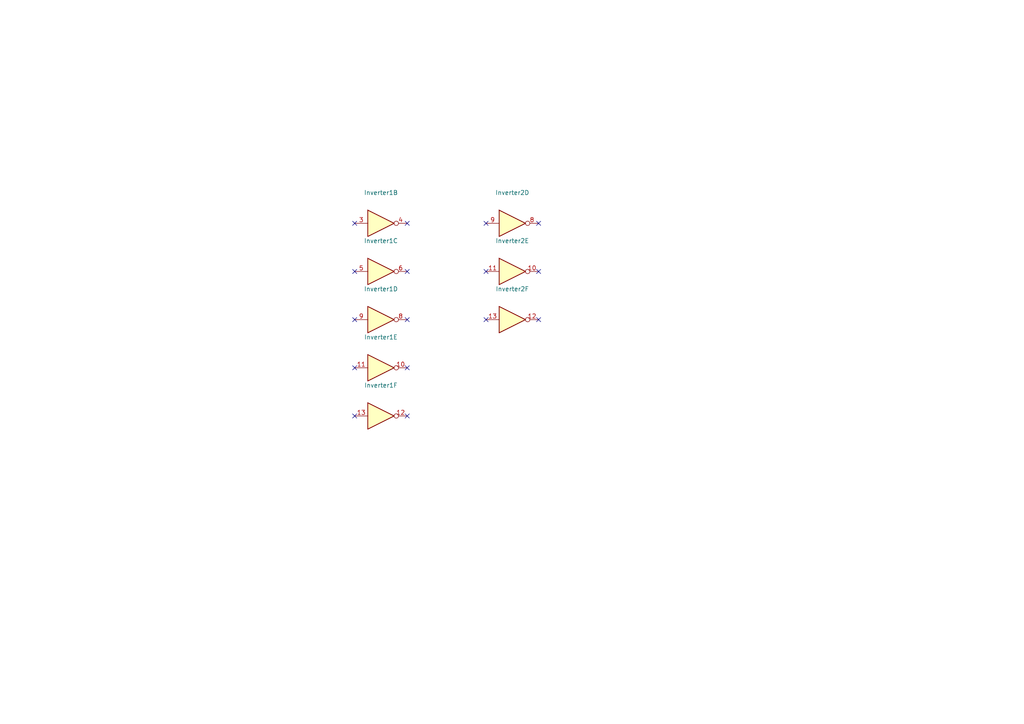
<source format=kicad_sch>
(kicad_sch (version 20211123) (generator eeschema)
  (paper "A4")
  (title_block (title "No Connect") (date "2022-09-26") (rev "1") (company "George Mason University") (comment 4 "This sheet is for the invertes not used in the circuit."))
  (lib_symbols
    (symbol "74xx:74AHC04"
      (property "Reference" "U" (at 0 1.27 0))
      (property "Value" "74AHC04" (at 0 -1.27 0))
      (symbol "74AHC04_1_0"
        (polyline (pts (xy -3.81 3.81) (xy -3.81 -3.81) (xy 3.81 0) (xy -3.81 3.81)) (stroke (width 0.254)) (fill (type background)))
        (pin input line (at -7.62 0 0) (length 3.81) (name "~") (number "1"))
        (pin output inverted (at 7.62 0 180) (length 3.81) (name "~") (number "2"))
      )
      (symbol "74AHC04_2_0"
        (polyline (pts (xy -3.81 3.81) (xy -3.81 -3.81) (xy 3.81 0) (xy -3.81 3.81)) (stroke (width 0.254)) (fill (type background)))
        (pin input line (at -7.62 0 0) (length 3.81) (name "~") (number "3"))
        (pin output inverted (at 7.62 0 180) (length 3.81) (name "~") (number "4"))
      )
      (symbol "74AHC04_3_0"
        (polyline (pts (xy -3.81 3.81) (xy -3.81 -3.81) (xy 3.81 0) (xy -3.81 3.81)) (stroke (width 0.254)) (fill (type background)))
        (pin input line (at -7.62 0 0) (length 3.81) (name "~") (number "5"))
        (pin output inverted (at 7.62 0 180) (length 3.81) (name "~") (number "6"))
      )
      (symbol "74AHC04_4_0"
        (polyline (pts (xy -3.81 3.81) (xy -3.81 -3.81) (xy 3.81 0) (xy -3.81 3.81)) (stroke (width 0.254)) (fill (type background)))
        (pin output inverted (at 7.62 0 180) (length 3.81) (name "~") (number "8"))
        (pin input line (at -7.62 0 0) (length 3.81) (name "~") (number "9"))
      )
      (symbol "74AHC04_5_0"
        (polyline (pts (xy -3.81 3.81) (xy -3.81 -3.81) (xy 3.81 0) (xy -3.81 3.81)) (stroke (width 0.254)) (fill (type background)))
        (pin output inverted (at 7.62 0 180) (length 3.81) (name "~") (number "10"))
        (pin input line (at -7.62 0 0) (length 3.81) (name "~") (number "11"))
      )
      (symbol "74AHC04_6_0"
        (polyline (pts (xy -3.81 3.81) (xy -3.81 -3.81) (xy 3.81 0) (xy -3.81 3.81)) (stroke (width 0.254)) (fill (type background)))
        (pin output inverted (at 7.62 0 180) (length 3.81) (name "~") (number "12"))
        (pin input line (at -7.62 0 0) (length 3.81) (name "~") (number "13"))
      )
      (symbol "74AHC04_7_0"
        (pin power_in line (at 0 12.7 270) (length 5.08) (name "VCC") (number "14"))
        (pin power_in line (at 0 -12.7 90) (length 5.08) (name "GND") (number "7"))
      )
      (symbol "74AHC04_7_1"
        (rectangle (start -5.08 7.62) (end 5.08 -7.62) (stroke (width 0.254)) (fill (type background)))
      )
    )
  )
  (no_connect (at 118.11 78.74))
  (no_connect (at 102.87 78.74))
  (no_connect (at 102.87 64.77))
  (no_connect (at 118.11 64.77))
  (no_connect (at 156.21 64.77))
  (no_connect (at 140.97 64.77))
  (no_connect (at 140.97 78.74))
  (no_connect (at 156.21 78.74))
  (no_connect (at 156.21 92.71))
  (no_connect (at 140.97 92.71))
  (no_connect (at 102.87 120.65))
  (no_connect (at 118.11 120.65))
  (no_connect (at 118.11 106.68))
  (no_connect (at 102.87 106.68))
  (no_connect (at 102.87 92.71))
  (no_connect (at 118.11 92.71))
  (symbol (lib_id "74xx:74AHC04") (at 110.49 106.68 0) (unit 5)
    (property "Reference" "Inverter1" (at 110.49 97.79 0))
    (property "Datasheet" "https://assets.nexperia.com/documents/data-sheet/74AHC_AHCT04.pdf" (effects hide))
  )
  (symbol (lib_id "74xx:74AHC04") (at 110.49 120.65 0) (unit 6)
    (property "Reference" "Inverter1" (at 110.49 111.76 0))
    (property "Datasheet" "https://assets.nexperia.com/documents/data-sheet/74AHC_AHCT04.pdf" (effects hide))
  )
  (symbol (lib_id "74xx:74AHC04") (at 110.49 78.74 0) (unit 3)
    (property "Reference" "Inverter1" (at 110.49 69.85 0))
    (property "Datasheet" "https://assets.nexperia.com/documents/data-sheet/74AHC_AHCT04.pdf" (effects hide))
  )
  (symbol (lib_id "74xx:74AHC04") (at 110.49 64.77 0) (unit 2)
    (property "Reference" "Inverter1" (at 110.49 55.88 0))
    (property "Datasheet" "https://assets.nexperia.com/documents/data-sheet/74AHC_AHCT04.pdf" (effects hide))
  )
  (symbol (lib_id "74xx:74AHC04") (at 148.59 64.77 0) (unit 4)
    (property "Reference" "Inverter2" (at 148.59 55.88 0))
    (property "Datasheet" "https://assets.nexperia.com/documents/data-sheet/74AHC_AHCT04.pdf" (effects hide))
  )
  (symbol (lib_id "74xx:74AHC04") (at 148.59 78.74 0) (unit 5)
    (property "Reference" "Inverter2" (at 148.59 69.85 0))
    (property "Datasheet" "https://assets.nexperia.com/documents/data-sheet/74AHC_AHCT04.pdf" (effects hide))
  )
  (symbol (lib_id "74xx:74AHC04") (at 110.49 92.71 0) (unit 4)
    (property "Reference" "Inverter1" (at 110.49 83.82 0))
    (property "Datasheet" "https://assets.nexperia.com/documents/data-sheet/74AHC_AHCT04.pdf" (effects hide))
  )
  (symbol (lib_id "74xx:74AHC04") (at 148.59 92.71 0) (unit 6)
    (property "Reference" "Inverter2" (at 148.59 83.82 0))
    (property "Datasheet" "https://assets.nexperia.com/documents/data-sheet/74AHC_AHCT04.pdf" (effects hide))
  )
)
</source>
